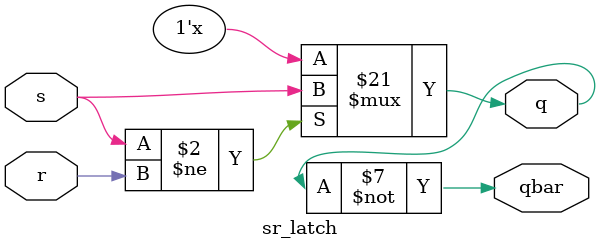
<source format=v>
module sr_latch(input s,r ,output reg q ,output qbar);
always @(*) begin
if (s!=r)
q=s;
else if (!s&!r)
q=q;
else if (s&r)
q=1'bx;
end
assign qbar=~q;
endmodule

</source>
